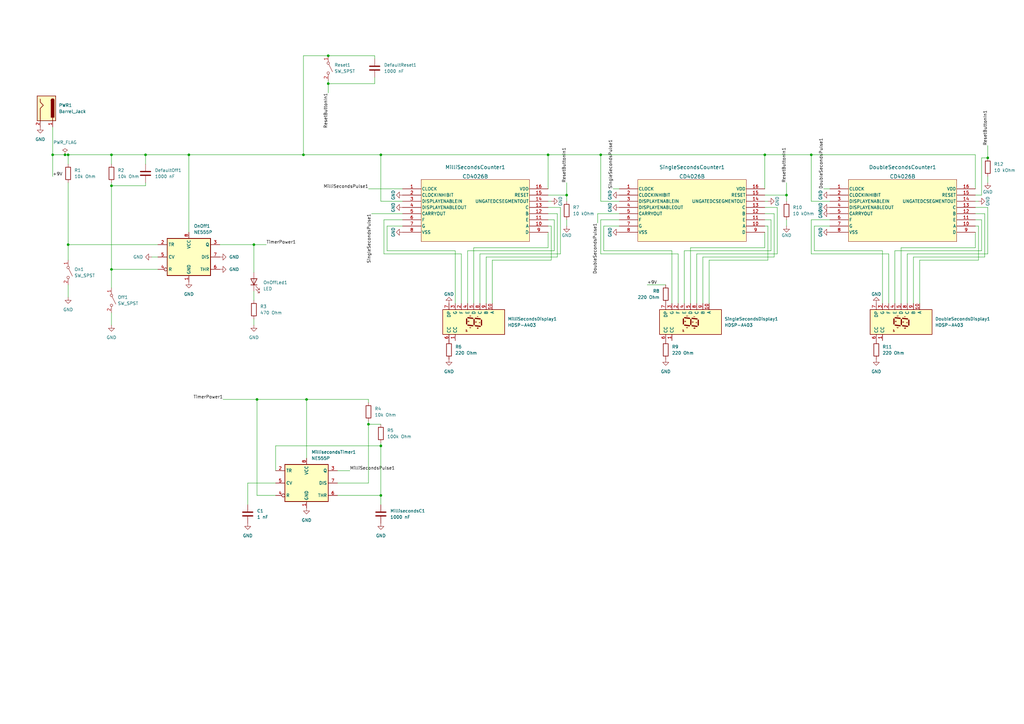
<source format=kicad_sch>
(kicad_sch (version 20211123) (generator eeschema)
  (paper "A3")
  (lib_symbols
    (symbol "Connector:Barrel_Jack" (pin_names (offset 1.016))
      (property "Reference" "J" (at 0 5.334 0))
      (property "Value" "Barrel_Jack" (at 0 -5.08 0))
      (symbol "Barrel_Jack_0_1"
        (rectangle (start -5.08 3.81) (end 5.08 -3.81) (stroke (width 0.254)) (fill (type background)))
        (arc (start -3.302 3.175) (mid -3.937 2.54) (end -3.302 1.905) (stroke (width 0.254)))
        (arc (start -3.302 3.175) (mid -3.937 2.54) (end -3.302 1.905) (stroke (width 0.254)) (fill (type outline)))
        (polyline (pts (xy 5.08 2.54) (xy 3.81 2.54)) (stroke (width 0.254)))
        (polyline (pts (xy -3.81 -2.54) (xy -2.54 -2.54) (xy -1.27 -1.27) (xy 0 -2.54) (xy 2.54 -2.54) (xy 5.08 -2.54)) (stroke (width 0.254)))
        (rectangle (start 3.683 3.175) (end -3.302 1.905) (stroke (width 0.254)) (fill (type outline)))
      )
      (symbol "Barrel_Jack_1_1"
        (pin passive line (at 7.62 2.54 180) (length 2.54) (name "~") (number "1"))
        (pin passive line (at 7.62 -2.54 180) (length 2.54) (name "~") (number "2"))
      )
    )
    (symbol "Device:C" (pin_numbers hide) (pin_names (offset 0.254))
      (property "Reference" "C" (at 0.635 2.54 0))
      (property "Value" "C" (at 0.635 -2.54 0))
      (symbol "C_0_1"
        (polyline (pts (xy -2.032 -0.762) (xy 2.032 -0.762)) (stroke (width 0.508)))
        (polyline (pts (xy -2.032 0.762) (xy 2.032 0.762)) (stroke (width 0.508)))
      )
      (symbol "C_1_1"
        (pin passive line (at 0 3.81 270) (length 2.794) (name "~") (number "1"))
        (pin passive line (at 0 -3.81 90) (length 2.794) (name "~") (number "2"))
      )
    )
    (symbol "Device:LED" (pin_numbers hide) (pin_names (offset 1.016) hide)
      (property "Reference" "D" (at 0 2.54 0))
      (property "Value" "LED" (at 0 -2.54 0))
      (symbol "LED_0_1"
        (polyline (pts (xy -1.27 -1.27) (xy -1.27 1.27)) (stroke (width 0.254)))
        (polyline (pts (xy -1.27 0) (xy 1.27 0)))
        (polyline (pts (xy 1.27 -1.27) (xy 1.27 1.27) (xy -1.27 0) (xy 1.27 -1.27)) (stroke (width 0.254)))
        (polyline (pts (xy -3.048 -0.762) (xy -4.572 -2.286) (xy -3.81 -2.286) (xy -4.572 -2.286) (xy -4.572 -1.524)))
        (polyline (pts (xy -1.778 -0.762) (xy -3.302 -2.286) (xy -2.54 -2.286) (xy -3.302 -2.286) (xy -3.302 -1.524)))
      )
      (symbol "LED_1_1"
        (pin passive line (at -3.81 0 0) (length 2.54) (name "K") (number "1"))
        (pin passive line (at 3.81 0 180) (length 2.54) (name "A") (number "2"))
      )
    )
    (symbol "Device:R" (pin_numbers hide) (pin_names (offset 0))
      (property "Reference" "R" (at 2.032 0 90))
      (property "Value" "R" (at 0 0 90))
      (symbol "R_0_1"
        (rectangle (start -1.016 -2.54) (end 1.016 2.54) (stroke (width 0.254)))
      )
      (symbol "R_1_1"
        (pin passive line (at 0 3.81 270) (length 1.27) (name "~") (number "1"))
        (pin passive line (at 0 -3.81 90) (length 1.27) (name "~") (number "2"))
      )
    )
    (symbol "Display_Character:HDSP-A403"
      (property "Reference" "U" (at -3.81 13.97 0))
      (property "Value" "HDSP-A403" (at 6.35 13.97 0))
      (symbol "HDSP-A403_1_0"
        (text "A" (at 0.254 2.413 0) (effects (font (size 0.508 0.508))))
        (text "B" (at 2.54 1.651 0) (effects (font (size 0.508 0.508))))
        (text "C" (at 2.286 -1.397 0) (effects (font (size 0.508 0.508))))
        (text "D" (at -0.254 -2.159 0) (effects (font (size 0.508 0.508))))
        (text "DP" (at 3.556 -2.921 0) (effects (font (size 0.508 0.508))))
        (text "E" (at -2.54 -1.397 0) (effects (font (size 0.508 0.508))))
        (text "F" (at -2.286 1.651 0) (effects (font (size 0.508 0.508))))
        (text "G" (at 0 0.889 0) (effects (font (size 0.508 0.508))))
      )
      (symbol "HDSP-A403_1_1"
        (rectangle (start -5.08 12.7) (end 5.08 -12.7) (stroke (width 0.254)) (fill (type background)))
        (polyline (pts (xy -1.524 -0.381) (xy -1.778 -2.413)) (stroke (width 0.508)))
        (polyline (pts (xy -1.27 -2.921) (xy 0.762 -2.921)) (stroke (width 0.508)))
        (polyline (pts (xy -1.27 2.667) (xy -1.524 0.635)) (stroke (width 0.508)))
        (polyline (pts (xy -1.016 0.127) (xy 1.016 0.127)) (stroke (width 0.508)))
        (polyline (pts (xy -0.762 3.175) (xy 1.27 3.175)) (stroke (width 0.508)))
        (polyline (pts (xy 1.524 -0.381) (xy 1.27 -2.413)) (stroke (width 0.508)))
        (polyline (pts (xy 1.778 2.667) (xy 1.524 0.635)) (stroke (width 0.508)))
        (polyline (pts (xy 2.54 -2.921) (xy 2.54 -2.921)) (stroke (width 0.508)))
        (pin input line (at 7.62 -7.62 180) (length 2.54) (name "CC") (number "1"))
        (pin input line (at -7.62 7.62 0) (length 2.54) (name "A") (number "10"))
        (pin input line (at -7.62 -5.08 0) (length 2.54) (name "F") (number "2"))
        (pin input line (at -7.62 -7.62 0) (length 2.54) (name "G") (number "3"))
        (pin input line (at -7.62 -2.54 0) (length 2.54) (name "E") (number "4"))
        (pin input line (at -7.62 0 0) (length 2.54) (name "D") (number "5"))
        (pin input line (at 7.62 -10.16 180) (length 2.54) (name "CC") (number "6"))
        (pin input line (at -7.62 -10.16 0) (length 2.54) (name "DP") (number "7"))
        (pin input line (at -7.62 2.54 0) (length 2.54) (name "C") (number "8"))
        (pin input line (at -7.62 5.08 0) (length 2.54) (name "B") (number "9"))
      )
    )
    (symbol "Switch:SW_SPST" (pin_names (offset 0) hide)
      (property "Reference" "SW" (at 0 3.175 0))
      (property "Value" "SW_SPST" (at 0 -2.54 0))
      (symbol "SW_SPST_0_0"
        (circle (center -2.032 0) (radius 0.508))
        (polyline (pts (xy -1.524 0.254) (xy 1.524 1.778)))
        (circle (center 2.032 0) (radius 0.508))
      )
      (symbol "SW_SPST_1_1"
        (pin passive line (at -5.08 0 0) (length 2.54) (name "A") (number "1"))
        (pin passive line (at 5.08 0 180) (length 2.54) (name "B") (number "2"))
      )
    )
    (symbol "Timer:NE555P"
      (property "Reference" "U" (at -10.16 8.89 0))
      (property "Value" "NE555P" (at 2.54 8.89 0))
      (symbol "NE555P_0_0"
        (pin power_in line (at 0 -10.16 90) (length 2.54) (name "GND") (number "1"))
        (pin power_in line (at 0 10.16 270) (length 2.54) (name "VCC") (number "8"))
      )
      (symbol "NE555P_0_1"
        (rectangle (start -8.89 -7.62) (end 8.89 7.62) (stroke (width 0.254)) (fill (type background)))
        (rectangle (start -8.89 -7.62) (end 8.89 7.62) (stroke (width 0.254)) (fill (type background)))
      )
      (symbol "NE555P_1_1"
        (pin input line (at -12.7 5.08 0) (length 3.81) (name "TR") (number "2"))
        (pin output line (at 12.7 5.08 180) (length 3.81) (name "Q") (number "3"))
        (pin input inverted (at -12.7 -5.08 0) (length 3.81) (name "R") (number "4"))
        (pin input line (at -12.7 0 0) (length 3.81) (name "CV") (number "5"))
        (pin input line (at 12.7 -5.08 180) (length 3.81) (name "THR") (number "6"))
        (pin input line (at 12.7 0 180) (length 3.81) (name "DIS") (number "7"))
      )
    )
    (symbol "cd4026b:CD4026B" (pin_names (offset 0.254))
      (property "Reference" "U" (at 30.48 8.89 0))
      (property "Value" "CD4026B" (at 30.48 6.35 0))
      (symbol "CD4026B_0_1"
        (pin input line (at 0 0 0) (length 7.62) (name "CLOCK") (number "1"))
        (pin output line (at 59.69 -15.24 180) (length 7.62) (name "A") (number "10"))
        (pin output line (at 59.69 -12.7 180) (length 7.62) (name "E") (number "11"))
        (pin output line (at 59.69 -10.16 180) (length 7.62) (name "B") (number "12"))
        (pin output line (at 59.69 -7.62 180) (length 7.62) (name "C") (number "13"))
        (pin output line (at 59.69 -5.08 180) (length 7.62) (name "UNGATEDCSEGMENTOUT") (number "14"))
        (pin input line (at 59.69 -2.54 180) (length 7.62) (name "RESET") (number "15"))
        (pin power_in line (at 59.69 0 180) (length 7.62) (name "VDD") (number "16"))
        (pin input line (at 0 -2.54 0) (length 7.62) (name "CLOCKINHIBIT") (number "2"))
        (pin input line (at 0 -5.08 0) (length 7.62) (name "DISPLAYENABLEIN") (number "3"))
        (pin output line (at 0 -7.62 0) (length 7.62) (name "DISPLAYENABLEOUT") (number "4"))
        (pin output line (at 0 -10.16 0) (length 7.62) (name "CARRYOUT") (number "5"))
        (pin output line (at 0 -12.7 0) (length 7.62) (name "F") (number "6"))
        (pin output line (at 0 -15.24 0) (length 7.62) (name "G") (number "7"))
        (pin power_in line (at 0 -17.78 0) (length 7.62) (name "VSS") (number "8"))
        (pin output line (at 59.69 -17.78 180) (length 7.62) (name "D") (number "9"))
      )
      (symbol "CD4026B_1_1"
        (rectangle (start 52.07 -21.59) (end 7.62 3.81) (fill (type background)))
      )
    )
    (symbol "power:GND" (power) (pin_names (offset 0))
      (property "Value" "GND" (at 0 -3.81 0))
      (symbol "GND_0_1"
        (polyline (pts (xy 0 0) (xy 0 -1.27) (xy 1.27 -1.27) (xy 0 -2.54) (xy -1.27 -1.27) (xy 0 -1.27)))
      )
      (symbol "GND_1_1"
        (pin power_in line (at 0 0 270) (length 0) hide (name "GND") (number "1"))
      )
    )
    (symbol "power:PWR_FLAG" (power) (pin_numbers hide) (pin_names (offset 0) hide)
      (property "Value" "PWR_FLAG" (at 0 3.81 0))
      (symbol "PWR_FLAG_0_0"
        (pin power_out line (at 0 0 90) (length 0) (name "pwr") (number "1"))
      )
      (symbol "PWR_FLAG_0_1"
        (polyline (pts (xy 0 0) (xy 0 1.27) (xy -1.016 1.905) (xy 0 2.54) (xy 1.016 1.905) (xy 0 1.27)))
      )
    )
  )
  (junction (at 232.41 80.01))
  (junction (at 77.47 63.5))
  (junction (at 26.67 63.5))
  (junction (at 59.69 63.5))
  (junction (at 45.72 76.2))
  (junction (at 134.62 22.86))
  (junction (at 21.59 63.5))
  (junction (at 224.79 63.5))
  (junction (at 246.38 63.5))
  (junction (at 125.73 163.83))
  (junction (at 104.14 100.33))
  (junction (at 27.94 63.5))
  (junction (at 322.58 80.01))
  (junction (at 332.74 63.5))
  (junction (at 124.46 63.5))
  (junction (at 45.72 63.5))
  (junction (at 105.41 163.83))
  (junction (at 405.13 64.77))
  (junction (at 45.72 110.49))
  (junction (at 27.94 100.33))
  (junction (at 156.21 63.5))
  (junction (at 313.69 63.5))
  (junction (at 134.62 34.29))
  (junction (at 156.21 203.2))
  (junction (at 156.21 182.88))
  (junction (at 151.13 173.99))
  (wire (pts (xy 232.41 92.71) (xy 232.41 90.17)))
  (wire (pts (xy 45.72 110.49) (xy 45.72 118.11)))
  (wire (pts (xy 367.03 102.87) (xy 367.03 124.46)))
  (wire (pts (xy 405.13 85.09) (xy 400.05 85.09)))
  (wire (pts (xy 59.69 63.5) (xy 59.69 67.31)))
  (wire (pts (xy 226.06 106.68) (xy 201.93 106.68)))
  (wire (pts (xy 313.69 63.5) (xy 332.74 63.5)))
  (wire (pts (xy 199.39 105.41) (xy 199.39 124.46)))
  (wire (pts (xy 254 90.17) (xy 246.38 90.17)))
  (wire (pts (xy 158.75 102.87) (xy 186.69 102.87)))
  (wire (pts (xy 403.86 105.41) (xy 374.65 105.41)))
  (wire (pts (xy 313.69 63.5) (xy 313.69 77.47)))
  (wire (pts (xy 156.21 82.55) (xy 165.1 82.55)))
  (wire (pts (xy 224.79 95.25) (xy 224.79 101.6)))
  (wire (pts (xy 275.59 102.87) (xy 275.59 124.46)))
  (wire (pts (xy 332.74 104.14) (xy 364.49 104.14)))
  (wire (pts (xy 245.11 87.63) (xy 245.11 91.44)))
  (wire (pts (xy 27.94 121.92) (xy 27.94 116.84)))
  (wire (pts (xy 101.6 198.12) (xy 101.6 207.01)))
  (wire (pts (xy 189.23 104.14) (xy 189.23 124.46)))
  (wire (pts (xy 105.41 163.83) (xy 105.41 203.2)))
  (wire (pts (xy 322.58 74.93) (xy 322.58 80.01)))
  (wire (pts (xy 313.69 101.6) (xy 283.21 101.6)))
  (wire (pts (xy 401.32 92.71) (xy 401.32 106.68)))
  (wire (pts (xy 21.59 63.5) (xy 21.59 52.07)))
  (wire (pts (xy 104.14 133.35) (xy 104.14 130.81)))
  (wire (pts (xy 196.85 104.14) (xy 229.87 104.14)))
  (wire (pts (xy 402.59 64.77) (xy 405.13 64.77)))
  (wire (pts (xy 45.72 74.93) (xy 45.72 76.2)))
  (wire (pts (xy 113.03 198.12) (xy 101.6 198.12)))
  (wire (pts (xy 165.1 92.71) (xy 158.75 92.71)))
  (wire (pts (xy 314.96 106.68) (xy 290.83 106.68)))
  (wire (pts (xy 400.05 101.6) (xy 369.57 101.6)))
  (wire (pts (xy 316.23 102.87) (xy 280.67 102.87)))
  (wire (pts (xy 332.74 82.55) (xy 340.36 82.55)))
  (wire (pts (xy 246.38 63.5) (xy 313.69 63.5)))
  (wire (pts (xy 246.38 82.55) (xy 254 82.55)))
  (wire (pts (xy 157.48 90.17) (xy 157.48 104.14)))
  (wire (pts (xy 104.14 111.76) (xy 104.14 100.33)))
  (wire (pts (xy 232.41 74.93) (xy 232.41 80.01)))
  (wire (pts (xy 405.13 59.69) (xy 405.13 64.77)))
  (wire (pts (xy 113.03 203.2) (xy 105.41 203.2)))
  (wire (pts (xy 340.36 90.17) (xy 332.74 90.17)))
  (wire (pts (xy 27.94 100.33) (xy 27.94 106.68)))
  (wire (pts (xy 400.05 82.55) (xy 401.32 82.55)))
  (wire (pts (xy 247.65 102.87) (xy 275.59 102.87)))
  (wire (pts (xy 138.43 193.04) (xy 143.51 193.04)))
  (wire (pts (xy 400.05 63.5) (xy 400.05 77.47)))
  (wire (pts (xy 196.85 124.46) (xy 196.85 104.14)))
  (wire (pts (xy 104.14 119.38) (xy 104.14 123.19)))
  (wire (pts (xy 21.59 63.5) (xy 21.59 72.39)))
  (wire (pts (xy 91.44 163.83) (xy 105.41 163.83)))
  (wire (pts (xy 377.19 106.68) (xy 377.19 124.46)))
  (wire (pts (xy 285.75 104.14) (xy 318.77 104.14)))
  (wire (pts (xy 318.77 85.09) (xy 313.69 85.09)))
  (wire (pts (xy 27.94 63.5) (xy 27.94 67.31)))
  (wire (pts (xy 77.47 63.5) (xy 124.46 63.5)))
  (wire (pts (xy 151.13 77.47) (xy 165.1 77.47)))
  (wire (pts (xy 124.46 63.5) (xy 156.21 63.5)))
  (wire (pts (xy 156.21 181.61) (xy 156.21 182.88)))
  (wire (pts (xy 251.46 77.47) (xy 254 77.47)))
  (wire (pts (xy 165.1 87.63) (xy 152.4 87.63)))
  (wire (pts (xy 224.79 92.71) (xy 226.06 92.71)))
  (wire (pts (xy 45.72 67.31) (xy 45.72 63.5)))
  (wire (pts (xy 322.58 92.71) (xy 322.58 90.17)))
  (wire (pts (xy 332.74 63.5) (xy 400.05 63.5)))
  (wire (pts (xy 332.74 63.5) (xy 332.74 82.55)))
  (wire (pts (xy 191.77 102.87) (xy 191.77 124.46)))
  (wire (pts (xy 45.72 110.49) (xy 64.77 110.49)))
  (wire (pts (xy 26.67 63.5) (xy 27.94 63.5)))
  (wire (pts (xy 201.93 106.68) (xy 201.93 124.46)))
  (wire (pts (xy 59.69 74.93) (xy 59.69 76.2)))
  (wire (pts (xy 156.21 207.01) (xy 156.21 203.2)))
  (wire (pts (xy 138.43 198.12) (xy 151.13 198.12)))
  (wire (pts (xy 228.6 105.41) (xy 199.39 105.41)))
  (wire (pts (xy 254 92.71) (xy 247.65 92.71)))
  (wire (pts (xy 124.46 22.86) (xy 134.62 22.86)))
  (wire (pts (xy 27.94 74.93) (xy 27.94 100.33)))
  (wire (pts (xy 165.1 90.17) (xy 157.48 90.17)))
  (wire (pts (xy 113.03 182.88) (xy 156.21 182.88)))
  (wire (pts (xy 229.87 85.09) (xy 224.79 85.09)))
  (wire (pts (xy 124.46 22.86) (xy 124.46 63.5)))
  (wire (pts (xy 400.05 87.63) (xy 403.86 87.63)))
  (wire (pts (xy 194.31 101.6) (xy 194.31 124.46)))
  (wire (pts (xy 153.67 31.75) (xy 153.67 34.29)))
  (wire (pts (xy 151.13 173.99) (xy 156.21 173.99)))
  (wire (pts (xy 156.21 63.5) (xy 156.21 82.55)))
  (wire (pts (xy 105.41 163.83) (xy 125.73 163.83)))
  (wire (pts (xy 156.21 63.5) (xy 224.79 63.5)))
  (wire (pts (xy 337.82 77.47) (xy 340.36 77.47)))
  (wire (pts (xy 134.62 34.29) (xy 134.62 38.1)))
  (wire (pts (xy 313.69 90.17) (xy 316.23 90.17)))
  (wire (pts (xy 247.65 92.71) (xy 247.65 102.87)))
  (wire (pts (xy 153.67 34.29) (xy 134.62 34.29)))
  (wire (pts (xy 265.43 116.84) (xy 273.05 116.84)))
  (wire (pts (xy 369.57 101.6) (xy 369.57 124.46)))
  (wire (pts (xy 246.38 90.17) (xy 246.38 104.14)))
  (wire (pts (xy 246.38 63.5) (xy 246.38 82.55)))
  (wire (pts (xy 224.79 101.6) (xy 194.31 101.6)))
  (wire (pts (xy 45.72 76.2) (xy 45.72 110.49)))
  (wire (pts (xy 288.29 105.41) (xy 288.29 124.46)))
  (wire (pts (xy 224.79 63.5) (xy 224.79 77.47)))
  (wire (pts (xy 77.47 63.5) (xy 59.69 63.5)))
  (wire (pts (xy 314.96 92.71) (xy 314.96 106.68)))
  (wire (pts (xy 77.47 95.25) (xy 77.47 63.5)))
  (wire (pts (xy 400.05 80.01) (xy 402.59 80.01)))
  (wire (pts (xy 280.67 102.87) (xy 280.67 124.46)))
  (wire (pts (xy 153.67 24.13) (xy 153.67 22.86)))
  (wire (pts (xy 125.73 163.83) (xy 151.13 163.83)))
  (wire (pts (xy 27.94 100.33) (xy 64.77 100.33)))
  (wire (pts (xy 229.87 104.14) (xy 229.87 85.09)))
  (wire (pts (xy 59.69 63.5) (xy 45.72 63.5)))
  (wire (pts (xy 372.11 104.14) (xy 405.13 104.14)))
  (wire (pts (xy 361.95 102.87) (xy 361.95 124.46)))
  (wire (pts (xy 157.48 104.14) (xy 189.23 104.14)))
  (wire (pts (xy 228.6 87.63) (xy 228.6 105.41)))
  (wire (pts (xy 317.5 105.41) (xy 288.29 105.41)))
  (wire (pts (xy 224.79 90.17) (xy 227.33 90.17)))
  (wire (pts (xy 151.13 172.72) (xy 151.13 173.99)))
  (wire (pts (xy 62.23 105.41) (xy 64.77 105.41)))
  (wire (pts (xy 278.13 104.14) (xy 278.13 124.46)))
  (wire (pts (xy 400.05 95.25) (xy 400.05 101.6)))
  (wire (pts (xy 104.14 100.33) (xy 90.17 100.33)))
  (wire (pts (xy 313.69 82.55) (xy 314.96 82.55)))
  (wire (pts (xy 224.79 82.55) (xy 226.06 82.55)))
  (wire (pts (xy 313.69 92.71) (xy 314.96 92.71)))
  (wire (pts (xy 334.01 102.87) (xy 361.95 102.87)))
  (wire (pts (xy 45.72 63.5) (xy 27.94 63.5)))
  (wire (pts (xy 313.69 80.01) (xy 322.58 80.01)))
  (wire (pts (xy 400.05 90.17) (xy 402.59 90.17)))
  (wire (pts (xy 340.36 92.71) (xy 334.01 92.71)))
  (wire (pts (xy 290.83 106.68) (xy 290.83 124.46)))
  (wire (pts (xy 21.59 63.5) (xy 26.67 63.5)))
  (wire (pts (xy 316.23 90.17) (xy 316.23 102.87)))
  (wire (pts (xy 224.79 63.5) (xy 246.38 63.5)))
  (wire (pts (xy 400.05 92.71) (xy 401.32 92.71)))
  (wire (pts (xy 402.59 90.17) (xy 402.59 102.87)))
  (wire (pts (xy 134.62 33.02) (xy 134.62 34.29)))
  (wire (pts (xy 134.62 22.86) (xy 153.67 22.86)))
  (wire (pts (xy 402.59 64.77) (xy 402.59 80.01)))
  (wire (pts (xy 405.13 104.14) (xy 405.13 85.09)))
  (wire (pts (xy 313.69 95.25) (xy 313.69 101.6)))
  (wire (pts (xy 45.72 133.35) (xy 45.72 128.27)))
  (wire (pts (xy 45.72 76.2) (xy 59.69 76.2)))
  (wire (pts (xy 254 87.63) (xy 245.11 87.63)))
  (wire (pts (xy 109.22 100.33) (xy 104.14 100.33)))
  (wire (pts (xy 158.75 92.71) (xy 158.75 102.87)))
  (wire (pts (xy 113.03 193.04) (xy 113.03 182.88)))
  (wire (pts (xy 232.41 80.01) (xy 232.41 82.55)))
  (wire (pts (xy 334.01 92.71) (xy 334.01 102.87)))
  (wire (pts (xy 125.73 163.83) (xy 125.73 187.96)))
  (wire (pts (xy 402.59 102.87) (xy 367.03 102.87)))
  (wire (pts (xy 156.21 203.2) (xy 138.43 203.2)))
  (wire (pts (xy 313.69 87.63) (xy 317.5 87.63)))
  (wire (pts (xy 224.79 87.63) (xy 228.6 87.63)))
  (wire (pts (xy 226.06 92.71) (xy 226.06 106.68)))
  (wire (pts (xy 405.13 72.39) (xy 405.13 74.93)))
  (wire (pts (xy 285.75 124.46) (xy 285.75 104.14)))
  (wire (pts (xy 156.21 182.88) (xy 156.21 203.2)))
  (wire (pts (xy 246.38 104.14) (xy 278.13 104.14)))
  (wire (pts (xy 186.69 102.87) (xy 186.69 124.46)))
  (wire (pts (xy 227.33 90.17) (xy 227.33 102.87)))
  (wire (pts (xy 322.58 82.55) (xy 322.58 80.01)))
  (wire (pts (xy 374.65 105.41) (xy 374.65 124.46)))
  (wire (pts (xy 403.86 87.63) (xy 403.86 105.41)))
  (wire (pts (xy 401.32 106.68) (xy 377.19 106.68)))
  (wire (pts (xy 318.77 104.14) (xy 318.77 85.09)))
  (wire (pts (xy 364.49 104.14) (xy 364.49 124.46)))
  (wire (pts (xy 224.79 80.01) (xy 232.41 80.01)))
  (wire (pts (xy 283.21 101.6) (xy 283.21 124.46)))
  (wire (pts (xy 227.33 102.87) (xy 191.77 102.87)))
  (wire (pts (xy 317.5 87.63) (xy 317.5 105.41)))
  (wire (pts (xy 151.13 163.83) (xy 151.13 165.1)))
  (wire (pts (xy 332.74 90.17) (xy 332.74 104.14)))
  (wire (pts (xy 151.13 198.12) (xy 151.13 173.99)))
  (wire (pts (xy 372.11 124.46) (xy 372.11 104.14)))
  (label "MilliSecondsPulse1" (at 143.51 193.04 0))
  (label "MilliSecondsPulse1" (at 151.13 77.47 180))
  (label "ResetButtonIn1" (at 322.58 74.93 90))
  (label "DoubleSecondsPulse1" (at 337.82 77.47 90))
  (label "+9V" (at 265.43 116.84 0))
  (label "SingleSecondsPulse1" (at 152.4 87.63 270))
  (label "ResetButtonIn1" (at 405.13 59.69 90))
  (label "ResetButtonIn1" (at 134.62 38.1 270))
  (label "SingleSecondsPulse1" (at 251.46 77.47 90))
  (label "+9V" (at 21.59 72.39 0))
  (label "TimerPower1" (at 109.22 100.33 0))
  (label "DoubleSecondsPulse1" (at 245.11 91.44 270))
  (label "ResetButtonIn1" (at 232.41 74.93 90))
  (label "TimerPower1" (at 91.44 163.83 180))
  (symbol (lib_id "power:GND") (at 254 85.09 270) (unit 1)
    (property "Reference" "#PWR020" (effects hide))
    (property "Value" "GND" (at 250.19 85.09 0))
  )
  (symbol (lib_id "power:GND") (at 401.32 82.55 90) (unit 1)
    (property "Reference" "#PWR031" (effects hide))
    (property "Value" "GND" (at 405.13 82.55 0))
  )
  (symbol (lib_id "Device:R") (at 322.58 86.36 0) (unit 1)
    (property "Reference" "R10" (at 325.12 85.0899 0) (effects (justify left)))
    (property "Value" " 10 kOhm" (at 325.12 87.6299 0) (effects (justify left)))
    (property "Footprint" "Resistor_THT:R_Axial_DIN0207_L6.3mm_D2.5mm_P10.16mm_Horizontal" (effects hide))
  )
  (symbol (lib_id "power:GND") (at 405.13 74.93 0) (mirror y) (unit 1)
    (property "Reference" "#PWR032" (effects hide))
    (property "Value" "GND" (at 405.13 78.74 0))
  )
  (symbol (lib_id "Device:LED") (at 104.14 115.57 90) (unit 1)
    (property "Reference" "OnOffLed1" (at 107.95 115.8874 90) (effects (justify right)))
    (property "Value" "LED" (at 107.95 118.4274 90) (effects (justify right)))
    (property "Footprint" "LED_THT:LED_D5.0mm" (effects hide))
  )
  (symbol (lib_id "Device:R") (at 184.15 143.51 0) (unit 1)
    (property "Reference" "R6" (at 186.69 142.2399 0) (effects (justify left)))
    (property "Value" "220 Ohm" (at 186.69 144.7799 0) (effects (justify left)))
    (property "Footprint" "Resistor_THT:R_Axial_DIN0207_L6.3mm_D2.5mm_P10.16mm_Horizontal" (effects hide))
  )
  (symbol (lib_id "Device:R") (at 405.13 68.58 0) (unit 1)
    (property "Reference" "R12" (at 407.67 67.3099 0) (effects (justify left)))
    (property "Value" " 10 kOhm" (at 407.67 69.8499 0) (effects (justify left)))
    (property "Footprint" "Resistor_THT:R_Axial_DIN0207_L6.3mm_D2.5mm_P10.16mm_Horizontal" (effects hide))
  )
  (symbol (lib_id "power:GND") (at 254 95.25 270) (unit 1)
    (property "Reference" "#PWR021" (effects hide))
    (property "Value" "GND" (at 250.19 95.25 0))
  )
  (symbol (lib_id "Switch:SW_SPST") (at 27.94 111.76 270) (unit 1)
    (property "Reference" "On1" (at 30.48 110.4899 90) (effects (justify left)))
    (property "Value" "SW_SPST" (at 30.48 113.0299 90) (effects (justify left)))
    (property "Footprint" "Button_Switch_THT:SW_PUSH_6mm" (effects hide))
  )
  (symbol (lib_id "power:GND") (at 232.41 92.71 0) (unit 1)
    (property "Reference" "#PWR018" (effects hide))
    (property "Value" "GND" (at 232.41 96.52 0))
  )
  (symbol (lib_id "Device:R") (at 27.94 71.12 0) (unit 1)
    (property "Reference" "R1" (at 30.48 69.8499 0) (effects (justify left)))
    (property "Value" "10k Ohm" (at 30.48 72.3899 0) (effects (justify left)))
    (property "Footprint" "Resistor_THT:R_Axial_DIN0207_L6.3mm_D2.5mm_P10.16mm_Horizontal" (effects hide))
  )
  (symbol (lib_id "cd4026b:CD4026B") (at 340.36 77.47 0) (unit 1)
    (property "Reference" "DoubleSecondsCounter1" (at 370.205 68.58 0) (effects (font (size 1.524 1.524))))
    (property "Value" "CD4026B" (at 370.205 72.39 0) (effects (font (size 1.524 1.524))))
    (property "Footprint" "Package_DIP:DIP-16_W10.16mm" (effects hide))
    (property "Datasheet" "CD4026BE" (effects hide))
  )
  (symbol (lib_id "power:GND") (at 104.14 133.35 0) (unit 1)
    (property "Reference" "#PWR09" (effects hide))
    (property "Value" "GND" (at 104.14 138.43 0))
  )
  (symbol (lib_id "power:GND") (at 226.06 82.55 90) (unit 1)
    (property "Reference" "#PWR017" (effects hide))
    (property "Value" "GND" (at 229.87 82.55 0))
  )
  (symbol (lib_id "power:GND") (at 125.73 208.28 0) (unit 1)
    (property "Reference" "#PWR010" (effects hide))
    (property "Value" "GND" (at 125.73 213.36 0))
  )
  (symbol (lib_id "power:GND") (at 322.58 92.71 0) (unit 1)
    (property "Reference" "#PWR024" (effects hide))
    (property "Value" "GND" (at 322.58 96.52 0))
  )
  (symbol (lib_id "cd4026b:CD4026B") (at 254 77.47 0) (unit 1)
    (property "Reference" "SingleSecondsCounter1" (at 283.845 68.58 0) (effects (font (size 1.524 1.524))))
    (property "Value" "CD4026B" (at 283.845 72.39 0) (effects (font (size 1.524 1.524))))
    (property "Footprint" "Package_DIP:DIP-16_W10.16mm" (effects hide))
    (property "Datasheet" "CD4026BE" (effects hide))
  )
  (symbol (lib_id "power:GND") (at 340.36 87.63 270) (unit 1)
    (property "Reference" "#PWR027" (effects hide))
    (property "Value" "GND" (at 336.55 87.63 0))
  )
  (symbol (lib_id "Device:C") (at 153.67 27.94 0) (unit 1)
    (property "Reference" "DefaultReset1" (at 157.48 26.6699 0) (effects (justify left)))
    (property "Value" "1000 nF" (at 157.48 29.2099 0) (effects (justify left)))
    (property "Footprint" "Capacitor_THT:CP_Radial_D8.0mm_P5.00mm" (effects hide))
  )
  (symbol (lib_id "Device:C") (at 101.6 210.82 0) (unit 1)
    (property "Reference" "C1" (at 105.41 209.5499 0) (effects (justify left)))
    (property "Value" "1 nF" (at 105.41 212.0899 0) (effects (justify left)))
    (property "Footprint" "Capacitor_THT:CP_Radial_D5.0mm_P2.50mm" (effects hide))
  )
  (symbol (lib_id "power:GND") (at 62.23 105.41 270) (unit 1)
    (property "Reference" "#PWR04" (effects hide))
    (property "Value" "GND" (at 54.61 105.41 90) (effects (justify left)))
  )
  (symbol (lib_id "Display_Character:HDSP-A403") (at 283.21 132.08 270) (unit 1)
    (property "Reference" "SingleSecondsDisplay1" (at 297.18 130.8099 90) (effects (justify left)))
    (property "Value" "HDSP-A403" (at 297.18 133.3499 90) (effects (justify left)))
    (property "Footprint" "Display_7Segment:7SegmentLED_LTS6760_LTS6780" (effects hide))
    (property "Datasheet" "https://docs.broadcom.com/docs/AV02-2553EN" (effects hide))
  )
  (symbol (lib_id "power:GND") (at 16.51 52.07 0) (unit 1)
    (property "Reference" "#PWR01" (effects hide))
    (property "Value" "GND" (at 16.51 57.15 0))
  )
  (symbol (lib_id "power:GND") (at 184.15 147.32 0) (unit 1)
    (property "Reference" "#PWR016" (effects hide))
    (property "Value" "GND" (at 184.15 152.4 0))
  )
  (symbol (lib_id "power:GND") (at 156.21 214.63 0) (unit 1)
    (property "Reference" "#PWR011" (effects hide))
    (property "Value" "GND" (at 156.21 219.71 0))
  )
  (symbol (lib_id "Switch:SW_SPST") (at 45.72 123.19 270) (unit 1)
    (property "Reference" "Off1" (at 48.26 121.9199 90) (effects (justify left)))
    (property "Value" "SW_SPST" (at 48.26 124.4599 90) (effects (justify left)))
    (property "Footprint" "Button_Switch_THT:SW_PUSH_6mm" (effects hide))
  )
  (symbol (lib_id "Device:R") (at 151.13 168.91 0) (unit 1)
    (property "Reference" "R4" (at 153.67 167.6399 0) (effects (justify left)))
    (property "Value" "10k Ohm" (at 153.67 170.1799 0) (effects (justify left)))
    (property "Footprint" "Resistor_THT:R_Axial_DIN0207_L6.3mm_D2.5mm_P10.16mm_Horizontal" (effects hide))
  )
  (symbol (lib_id "Device:R") (at 273.05 120.65 0) (mirror x) (unit 1)
    (property "Reference" "R8" (at 270.51 119.3799 0) (effects (justify right)))
    (property "Value" "220 Ohm" (at 270.51 121.9199 0) (effects (justify right)))
    (property "Footprint" "Resistor_THT:R_Axial_DIN0207_L6.3mm_D2.5mm_P10.16mm_Horizontal" (effects hide))
  )
  (symbol (lib_id "power:GND") (at 90.17 110.49 90) (unit 1)
    (property "Reference" "#PWR07" (effects hide))
    (property "Value" "GND" (at 93.98 110.4899 90) (effects (justify right)))
  )
  (symbol (lib_id "power:GND") (at 77.47 115.57 0) (unit 1)
    (property "Reference" "#PWR05" (effects hide))
    (property "Value" "GND" (at 77.47 120.65 0))
  )
  (symbol (lib_id "power:GND") (at 45.72 133.35 0) (unit 1)
    (property "Reference" "#PWR03" (effects hide))
    (property "Value" "GND" (at 45.72 138.43 0))
  )
  (symbol (lib_id "Connector:Barrel_Jack") (at 19.05 44.45 270) (unit 1)
    (property "Reference" "PWR1" (at 24.13 43.1799 90) (effects (justify left)))
    (property "Value" "Barrel_Jack" (at 24.13 45.7199 90) (effects (justify left)))
    (property "Footprint" "Connector_BarrelJack:BarrelJack_GCT_DCJ200-10-A_Horizontal" (effects hide))
  )
  (symbol (lib_id "Device:R") (at 104.14 127 0) (unit 1)
    (property "Reference" "R3" (at 106.68 125.7299 0) (effects (justify left)))
    (property "Value" "470 Ohm" (at 106.68 128.2699 0) (effects (justify left)))
    (property "Footprint" "Resistor_THT:R_Axial_DIN0207_L6.3mm_D2.5mm_P10.16mm_Horizontal" (effects hide))
  )
  (symbol (lib_id "Device:R") (at 232.41 86.36 0) (unit 1)
    (property "Reference" "R7" (at 234.95 85.0899 0) (effects (justify left)))
    (property "Value" " 10 kOhm" (at 234.95 87.6299 0) (effects (justify left)))
    (property "Footprint" "Resistor_THT:R_Axial_DIN0207_L6.3mm_D2.5mm_P10.16mm_Horizontal" (effects hide))
  )
  (symbol (lib_id "power:GND") (at 165.1 85.09 270) (unit 1)
    (property "Reference" "#PWR013" (effects hide))
    (property "Value" "GND" (at 161.29 85.09 0))
  )
  (symbol (lib_id "power:GND") (at 101.6 214.63 0) (unit 1)
    (property "Reference" "#PWR08" (effects hide))
    (property "Value" "GND" (at 101.6 219.71 0))
  )
  (symbol (lib_id "Display_Character:HDSP-A403") (at 369.57 132.08 270) (unit 1)
    (property "Reference" "DoubleSecondsDisplay1" (at 383.54 130.8099 90) (effects (justify left)))
    (property "Value" "HDSP-A403" (at 383.54 133.3499 90) (effects (justify left)))
    (property "Footprint" "Display_7Segment:7SegmentLED_LTS6760_LTS6780" (effects hide))
    (property "Datasheet" "https://docs.broadcom.com/docs/AV02-2553EN" (effects hide))
  )
  (symbol (lib_id "power:GND") (at 90.17 105.41 90) (unit 1)
    (property "Reference" "#PWR06" (effects hide))
    (property "Value" "GND" (at 93.98 105.4099 90) (effects (justify right)))
  )
  (symbol (lib_id "Device:R") (at 273.05 143.51 0) (unit 1)
    (property "Reference" "R9" (at 275.59 142.2399 0) (effects (justify left)))
    (property "Value" "220 Ohm" (at 275.59 144.7799 0) (effects (justify left)))
    (property "Footprint" "Resistor_THT:R_Axial_DIN0207_L6.3mm_D2.5mm_P10.16mm_Horizontal" (effects hide))
  )
  (symbol (lib_id "power:GND") (at 340.36 80.01 270) (unit 1)
    (property "Reference" "#PWR025" (effects hide))
    (property "Value" "GND" (at 336.55 80.01 0))
  )
  (symbol (lib_id "Device:C") (at 156.21 210.82 0) (unit 1)
    (property "Reference" "MillisecondsC1" (at 160.02 209.5499 0) (effects (justify left)))
    (property "Value" "1000 nF" (at 160.02 212.0899 0) (effects (justify left)))
    (property "Footprint" "Capacitor_THT:CP_Radial_D8.0mm_P5.00mm" (effects hide))
  )
  (symbol (lib_id "power:GND") (at 165.1 95.25 270) (unit 1)
    (property "Reference" "#PWR014" (effects hide))
    (property "Value" "GND" (at 161.29 95.25 0))
  )
  (symbol (lib_id "power:PWR_FLAG") (at 26.67 63.5 0) (unit 1)
    (property "Reference" "#FLG01" (effects hide))
    (property "Value" "PWR_FLAG" (at 26.67 58.42 0))
  )
  (symbol (lib_id "power:GND") (at 273.05 147.32 0) (unit 1)
    (property "Reference" "#PWR022" (effects hide))
    (property "Value" "GND" (at 273.05 152.4 0))
  )
  (symbol (lib_id "power:GND") (at 254 80.01 270) (unit 1)
    (property "Reference" "#PWR019" (effects hide))
    (property "Value" "GND" (at 250.19 80.01 0))
  )
  (symbol (lib_id "Device:C") (at 59.69 71.12 0) (unit 1)
    (property "Reference" "DefaultOff1" (at 63.5 69.8499 0) (effects (justify left)))
    (property "Value" "1000 nF" (at 63.5 72.3899 0) (effects (justify left)))
    (property "Footprint" "Capacitor_THT:CP_Radial_D8.0mm_P5.00mm" (effects hide))
  )
  (symbol (lib_id "power:GND") (at 359.41 147.32 0) (unit 1)
    (property "Reference" "#PWR030" (effects hide))
    (property "Value" "GND" (at 359.41 152.4 0))
  )
  (symbol (lib_id "power:GND") (at 314.96 82.55 90) (unit 1)
    (property "Reference" "#PWR023" (effects hide))
    (property "Value" "GND" (at 318.77 82.55 0))
  )
  (symbol (lib_id "Display_Character:HDSP-A403") (at 194.31 132.08 270) (unit 1)
    (property "Reference" "MilliSecondsDisplay1" (at 208.28 130.8099 90) (effects (justify left)))
    (property "Value" "HDSP-A403" (at 208.28 133.3499 90) (effects (justify left)))
    (property "Footprint" "Display_7Segment:7SegmentLED_LTS6760_LTS6780" (effects hide))
    (property "Datasheet" "https://docs.broadcom.com/docs/AV02-2553EN" (effects hide))
  )
  (symbol (lib_id "Timer:NE555P") (at 125.73 198.12 0) (unit 1)
    (property "Reference" "MillisecondsTimer1" (at 127.7494 185.42 0) (effects (justify left)))
    (property "Value" "NE555P" (at 127.7494 187.96 0) (effects (justify left)))
    (property "Footprint" "Package_DIP:DIP-8_W7.62mm" (effects hide))
    (property "Datasheet" "http://www.ti.com/lit/ds/symlink/ne555.pdf" (effects hide))
  )
  (symbol (lib_id "power:GND") (at 165.1 80.01 270) (unit 1)
    (property "Reference" "#PWR012" (effects hide))
    (property "Value" "GND" (at 161.29 80.01 0))
  )
  (symbol (lib_id "Timer:NE555P") (at 77.47 105.41 0) (unit 1)
    (property "Reference" "OnOff1" (at 79.4894 92.71 0) (effects (justify left)))
    (property "Value" "NE555P" (at 79.4894 95.25 0) (effects (justify left)))
    (property "Footprint" "Package_DIP:DIP-8_W7.62mm" (effects hide))
    (property "Datasheet" "http://www.ti.com/lit/ds/symlink/ne555.pdf" (effects hide))
  )
  (symbol (lib_id "power:GND") (at 184.15 124.46 180) (unit 1)
    (property "Reference" "#PWR015" (effects hide))
    (property "Value" "GND" (at 184.15 120.65 0))
  )
  (symbol (lib_id "power:GND") (at 340.36 95.25 270) (unit 1)
    (property "Reference" "#PWR028" (effects hide))
    (property "Value" "GND" (at 336.55 95.25 0))
  )
  (symbol (lib_id "Device:R") (at 359.41 143.51 0) (unit 1)
    (property "Reference" "R11" (at 361.95 142.2399 0) (effects (justify left)))
    (property "Value" "220 Ohm" (at 361.95 144.7799 0) (effects (justify left)))
    (property "Footprint" "Resistor_THT:R_Axial_DIN0207_L6.3mm_D2.5mm_P10.16mm_Horizontal" (effects hide))
  )
  (symbol (lib_id "Switch:SW_SPST") (at 134.62 27.94 270) (unit 1)
    (property "Reference" "Reset1" (at 137.16 26.6699 90) (effects (justify left)))
    (property "Value" "SW_SPST" (at 137.16 29.2099 90) (effects (justify left)))
    (property "Footprint" "Button_Switch_THT:SW_PUSH_6mm" (effects hide))
  )
  (symbol (lib_id "power:GND") (at 27.94 121.92 0) (unit 1)
    (property "Reference" "#PWR02" (effects hide))
    (property "Value" "GND" (at 27.94 127 0))
  )
  (symbol (lib_id "Device:R") (at 45.72 71.12 0) (unit 1)
    (property "Reference" "R2" (at 48.26 69.8499 0) (effects (justify left)))
    (property "Value" "10k Ohm" (at 48.26 72.3899 0) (effects (justify left)))
    (property "Footprint" "Resistor_THT:R_Axial_DIN0207_L6.3mm_D2.5mm_P10.16mm_Horizontal" (effects hide))
  )
  (symbol (lib_id "cd4026b:CD4026B") (at 165.1 77.47 0) (unit 1)
    (property "Reference" "MilliSecondsCounter1" (at 194.945 68.58 0) (effects (font (size 1.524 1.524))))
    (property "Value" "CD4026B" (at 194.945 72.39 0) (effects (font (size 1.524 1.524))))
    (property "Footprint" "Package_DIP:DIP-16_W10.16mm" (effects hide))
    (property "Datasheet" "CD4026BE" (effects hide))
  )
  (symbol (lib_id "power:GND") (at 340.36 85.09 270) (unit 1)
    (property "Reference" "#PWR026" (effects hide))
    (property "Value" "GND" (at 336.55 85.09 0))
  )
  (symbol (lib_id "power:GND") (at 359.41 124.46 180) (unit 1)
    (property "Reference" "#PWR029" (effects hide))
    (property "Value" "GND" (at 359.41 120.65 0))
  )
  (symbol (lib_id "Device:R") (at 156.21 177.8 0) (unit 1)
    (property "Reference" "R5" (at 158.75 176.5299 0) (effects (justify left)))
    (property "Value" "100k Ohm" (at 158.75 179.0699 0) (effects (justify left)))
    (property "Footprint" "Resistor_THT:R_Axial_DIN0207_L6.3mm_D2.5mm_P10.16mm_Horizontal" (effects hide))
  )
)
</source>
